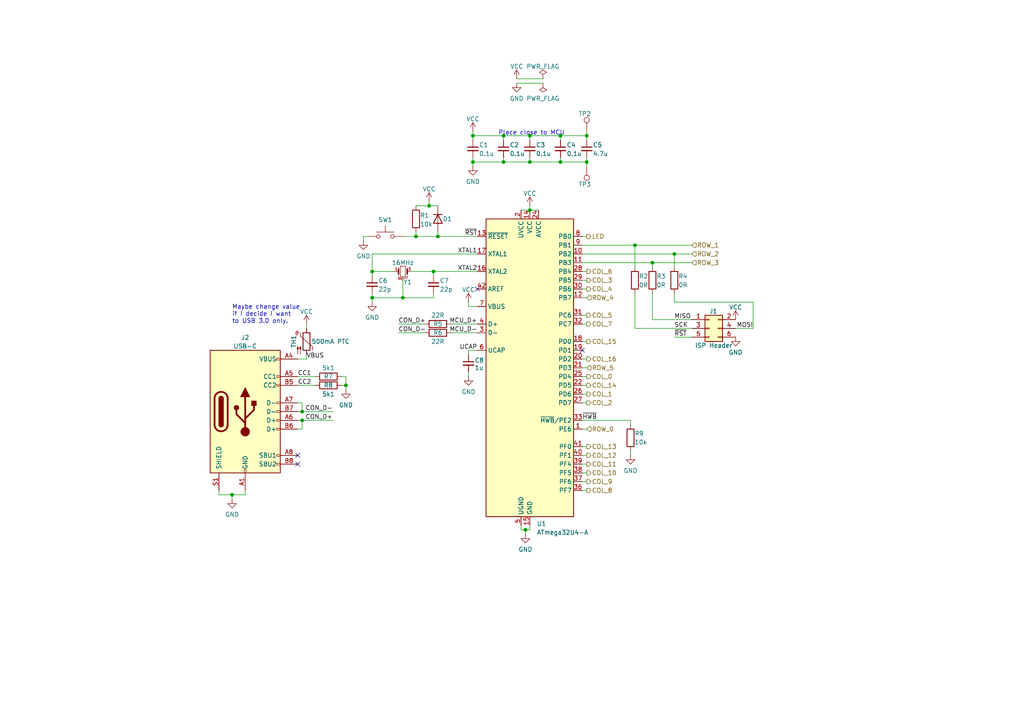
<source format=kicad_sch>
(kicad_sch (version 20231120) (generator "eeschema") (generator_version "8.0")
  (paper "A4")
  (lib_symbols
    (symbol "Connector:TestPoint" (pin_numbers hide) (pin_names (offset 0.762) hide)
      (property "Reference" "TP" (at 0 6.858 0))
      (property "Value" "TestPoint" (at 0 5.08 0))
      (symbol "TestPoint_0_1"
        (circle (center 0 3.302) (radius 0.762))
      )
      (symbol "TestPoint_1_1"
        (pin passive line (at 0 0 90) (length 2.54) (name "1") (number "1"))
      )
    )
    (symbol "Connector:USB_C_Receptacle_USB2.0" (pin_names (offset 1.016))
      (property "Reference" "J" (at -10.16 19.05 0))
      (property "Value" "USB_C_Receptacle_USB2.0" (at 19.05 19.05 0))
      (symbol "USB_C_Receptacle_USB2.0_0_0"
        (rectangle (start -0.254 -17.78) (end 0.254 -16.764))
        (rectangle (start 10.16 -14.986) (end 9.144 -15.494))
        (rectangle (start 10.16 -12.446) (end 9.144 -12.954))
        (rectangle (start 10.16 -4.826) (end 9.144 -5.334))
        (rectangle (start 10.16 -2.286) (end 9.144 -2.794))
        (rectangle (start 10.16 0.254) (end 9.144 -0.254))
        (rectangle (start 10.16 2.794) (end 9.144 2.286))
        (rectangle (start 10.16 7.874) (end 9.144 7.366))
        (rectangle (start 10.16 10.414) (end 9.144 9.906))
        (rectangle (start 10.16 15.494) (end 9.144 14.986))
      )
      (symbol "USB_C_Receptacle_USB2.0_0_1"
        (rectangle (start -10.16 17.78) (end 10.16 -17.78) (stroke (width 0.254)) (fill (type background)))
        (arc (start -8.89 -3.81) (mid -6.985 -5.7067) (end -5.08 -3.81) (stroke (width 0.508)))
        (arc (start -7.62 -3.81) (mid -6.985 -4.4423) (end -6.35 -3.81) (stroke (width 0.254)))
        (arc (start -7.62 -3.81) (mid -6.985 -4.4423) (end -6.35 -3.81) (stroke (width 0.254)) (fill (type outline)))
        (rectangle (start -7.62 -3.81) (end -6.35 3.81) (stroke (width 0.254)) (fill (type outline)))
        (arc (start -6.35 3.81) (mid -6.985 4.4423) (end -7.62 3.81) (stroke (width 0.254)))
        (arc (start -6.35 3.81) (mid -6.985 4.4423) (end -7.62 3.81) (stroke (width 0.254)) (fill (type outline)))
        (arc (start -5.08 3.81) (mid -6.985 5.7067) (end -8.89 3.81) (stroke (width 0.508)))
        (circle (center -2.54 1.143) (radius 0.635) (stroke (width 0.254)) (fill (type outline)))
        (circle (center 0 -5.842) (radius 1.27) (fill (type outline)))
        (polyline (pts (xy -8.89 -3.81) (xy -8.89 3.81)) (stroke (width 0.508)))
        (polyline (pts (xy -5.08 3.81) (xy -5.08 -3.81)) (stroke (width 0.508)))
        (polyline (pts (xy 0 -5.842) (xy 0 4.318)) (stroke (width 0.508)))
        (polyline (pts (xy 0 -3.302) (xy -2.54 -0.762) (xy -2.54 0.508)) (stroke (width 0.508)))
        (polyline (pts (xy 0 -2.032) (xy 2.54 0.508) (xy 2.54 1.778)) (stroke (width 0.508)))
        (polyline (pts (xy -1.27 4.318) (xy 0 6.858) (xy 1.27 4.318) (xy -1.27 4.318)) (stroke (width 0.254)) (fill (type outline)))
        (rectangle (start 1.905 1.778) (end 3.175 3.048) (stroke (width 0.254)) (fill (type outline)))
      )
      (symbol "USB_C_Receptacle_USB2.0_1_1"
        (pin passive line (at 0 -22.86 90) (length 5.08) (name "GND") (number "A1"))
        (pin passive line (at 0 -22.86 90) (length 5.08) hide (name "GND") (number "A12"))
        (pin passive line (at 15.24 15.24 180) (length 5.08) (name "VBUS") (number "A4"))
        (pin bidirectional line (at 15.24 10.16 180) (length 5.08) (name "CC1") (number "A5"))
        (pin bidirectional line (at 15.24 -2.54 180) (length 5.08) (name "D+") (number "A6"))
        (pin bidirectional line (at 15.24 2.54 180) (length 5.08) (name "D-") (number "A7"))
        (pin bidirectional line (at 15.24 -12.7 180) (length 5.08) (name "SBU1") (number "A8"))
        (pin passive line (at 15.24 15.24 180) (length 5.08) hide (name "VBUS") (number "A9"))
        (pin passive line (at 0 -22.86 90) (length 5.08) hide (name "GND") (number "B1"))
        (pin passive line (at 0 -22.86 90) (length 5.08) hide (name "GND") (number "B12"))
        (pin passive line (at 15.24 15.24 180) (length 5.08) hide (name "VBUS") (number "B4"))
        (pin bidirectional line (at 15.24 7.62 180) (length 5.08) (name "CC2") (number "B5"))
        (pin bidirectional line (at 15.24 -5.08 180) (length 5.08) (name "D+") (number "B6"))
        (pin bidirectional line (at 15.24 0 180) (length 5.08) (name "D-") (number "B7"))
        (pin bidirectional line (at 15.24 -15.24 180) (length 5.08) (name "SBU2") (number "B8"))
        (pin passive line (at 15.24 15.24 180) (length 5.08) hide (name "VBUS") (number "B9"))
        (pin passive line (at -7.62 -22.86 90) (length 5.08) (name "SHIELD") (number "S1"))
      )
    )
    (symbol "Connector_Generic:Conn_02x03_Odd_Even" (pin_names (offset 1.016) hide)
      (property "Reference" "J" (at 1.27 5.08 0))
      (property "Value" "Conn_02x03_Odd_Even" (at 1.27 -5.08 0))
      (symbol "Conn_02x03_Odd_Even_1_1"
        (rectangle (start -1.27 -2.413) (end 0 -2.667) (stroke (width 0.1524)))
        (rectangle (start -1.27 0.127) (end 0 -0.127) (stroke (width 0.1524)))
        (rectangle (start -1.27 2.667) (end 0 2.413) (stroke (width 0.1524)))
        (rectangle (start -1.27 3.81) (end 3.81 -3.81) (stroke (width 0.254)) (fill (type background)))
        (rectangle (start 3.81 -2.413) (end 2.54 -2.667) (stroke (width 0.1524)))
        (rectangle (start 3.81 0.127) (end 2.54 -0.127) (stroke (width 0.1524)))
        (rectangle (start 3.81 2.667) (end 2.54 2.413) (stroke (width 0.1524)))
        (pin passive line (at -5.08 2.54 0) (length 3.81) (name "Pin_1") (number "1"))
        (pin passive line (at 7.62 2.54 180) (length 3.81) (name "Pin_2") (number "2"))
        (pin passive line (at -5.08 0 0) (length 3.81) (name "Pin_3") (number "3"))
        (pin passive line (at 7.62 0 180) (length 3.81) (name "Pin_4") (number "4"))
        (pin passive line (at -5.08 -2.54 0) (length 3.81) (name "Pin_5") (number "5"))
        (pin passive line (at 7.62 -2.54 180) (length 3.81) (name "Pin_6") (number "6"))
      )
    )
    (symbol "Device:C_Small" (pin_numbers hide) (pin_names (offset 0.254) hide)
      (property "Reference" "C" (at 0.254 1.778 0))
      (property "Value" "C_Small" (at 0.254 -2.032 0))
      (symbol "C_Small_0_1"
        (polyline (pts (xy -1.524 -0.508) (xy 1.524 -0.508)) (stroke (width 0.3302)))
        (polyline (pts (xy -1.524 0.508) (xy 1.524 0.508)) (stroke (width 0.3048)))
      )
      (symbol "C_Small_1_1"
        (pin passive line (at 0 2.54 270) (length 2.032) (name "~") (number "1"))
        (pin passive line (at 0 -2.54 90) (length 2.032) (name "~") (number "2"))
      )
    )
    (symbol "Device:Crystal_GND2_Small" (pin_names (offset 1.016) hide)
      (property "Reference" "Y" (at 0 5.08 0))
      (property "Value" "Crystal_GND2_Small" (at 0 3.175 0))
      (symbol "Crystal_GND2_Small_0_1"
        (rectangle (start -0.762 -1.524) (end 0.762 1.524))
        (polyline (pts (xy -1.27 -0.762) (xy -1.27 0.762)) (stroke (width 0.381)))
        (polyline (pts (xy 1.27 -0.762) (xy 1.27 0.762)) (stroke (width 0.381)))
        (polyline (pts (xy -1.27 -1.27) (xy -1.27 -1.905) (xy 1.27 -1.905) (xy 1.27 -1.27)))
      )
      (symbol "Crystal_GND2_Small_1_1"
        (pin passive line (at -2.54 0 0) (length 1.27) (name "1") (number "1"))
        (pin passive line (at 0 -2.54 90) (length 0.635) (name "2") (number "2"))
        (pin passive line (at 2.54 0 180) (length 1.27) (name "3") (number "3"))
      )
    )
    (symbol "Device:D" (pin_numbers hide) (pin_names (offset 1.016) hide)
      (property "Reference" "D" (at 0 2.54 0))
      (property "Value" "D" (at 0 -2.54 0))
      (symbol "D_0_1"
        (polyline (pts (xy -1.27 1.27) (xy -1.27 -1.27)) (stroke (width 0.254)))
        (polyline (pts (xy 1.27 0) (xy -1.27 0)))
        (polyline (pts (xy 1.27 1.27) (xy 1.27 -1.27) (xy -1.27 0) (xy 1.27 1.27)) (stroke (width 0.254)))
      )
      (symbol "D_1_1"
        (pin passive line (at -3.81 0 0) (length 2.54) (name "K") (number "1"))
        (pin passive line (at 3.81 0 180) (length 2.54) (name "A") (number "2"))
      )
    )
    (symbol "Device:R" (pin_numbers hide) (pin_names (offset 0))
      (property "Reference" "R" (at 2.032 0 90))
      (property "Value" "R" (at 0 0 90))
      (symbol "R_0_1"
        (rectangle (start -1.016 -2.54) (end 1.016 2.54) (stroke (width 0.254)))
      )
      (symbol "R_1_1"
        (pin passive line (at 0 3.81 270) (length 1.27) (name "~") (number "1"))
        (pin passive line (at 0 -3.81 90) (length 1.27) (name "~") (number "2"))
      )
    )
    (symbol "Device:Thermistor_PTC" (pin_numbers hide) (pin_names (offset 0))
      (property "Reference" "TH" (at -4.064 0 90))
      (property "Value" "Thermistor_PTC" (at 3.048 0 90))
      (symbol "Thermistor_PTC_0_1"
        (arc (start -3.048 2.159) (mid -3.0495 2.3143) (end -3.175 2.413))
        (arc (start -3.048 2.159) (mid -2.9736 1.9794) (end -2.794 1.905))
        (arc (start -3.048 2.794) (mid -2.9736 2.6144) (end -2.794 2.54))
        (arc (start -2.794 1.905) (mid -2.6144 1.9794) (end -2.54 2.159))
        (arc (start -2.794 2.54) (mid -2.4393 2.5587) (end -2.159 2.794))
        (arc (start -2.794 3.048) (mid -2.9736 2.9736) (end -3.048 2.794))
        (arc (start -2.54 2.794) (mid -2.6144 2.9736) (end -2.794 3.048))
        (rectangle (start -1.016 2.54) (end 1.016 -2.54) (stroke (width 0.254)))
        (polyline (pts (xy -2.54 2.159) (xy -2.54 2.794)))
        (polyline (pts (xy -1.778 2.54) (xy -1.778 1.524) (xy 1.778 -1.524) (xy 1.778 -2.54)))
        (polyline (pts (xy -2.54 -3.683) (xy -2.54 -1.397) (xy -2.794 -2.159) (xy -2.286 -2.159) (xy -2.54 -1.397) (xy -2.54 -1.651)) (fill (type outline)))
        (polyline (pts (xy -1.778 -3.683) (xy -1.778 -1.397) (xy -2.032 -2.159) (xy -1.524 -2.159) (xy -1.778 -1.397) (xy -1.778 -1.651)) (fill (type outline)))
      )
      (symbol "Thermistor_PTC_1_1"
        (pin passive line (at 0 3.81 270) (length 1.27) (name "~") (number "1"))
        (pin passive line (at 0 -3.81 90) (length 1.27) (name "~") (number "2"))
      )
    )
    (symbol "MCU_Microchip_ATmega:ATmega32U4-A"
      (property "Reference" "U" (at -12.7 44.45 0))
      (property "Value" "ATmega32U4-A" (at 2.54 -44.45 0))
      (symbol "ATmega32U4-A_0_1"
        (rectangle (start -12.7 -43.18) (end 12.7 43.18) (stroke (width 0.254)) (fill (type background)))
      )
      (symbol "ATmega32U4-A_1_1"
        (pin bidirectional line (at 15.24 -17.78 180) (length 2.54) (name "PE6") (number "1"))
        (pin bidirectional line (at 15.24 33.02 180) (length 2.54) (name "PB2") (number "10"))
        (pin bidirectional line (at 15.24 30.48 180) (length 2.54) (name "PB3") (number "11"))
        (pin bidirectional line (at 15.24 20.32 180) (length 2.54) (name "PB7") (number "12"))
        (pin input line (at -15.24 38.1 0) (length 2.54) (name "~{RESET}") (number "13"))
        (pin power_in line (at 0 45.72 270) (length 2.54) (name "VCC") (number "14"))
        (pin power_in line (at 0 -45.72 90) (length 2.54) (name "GND") (number "15"))
        (pin output line (at -15.24 27.94 0) (length 2.54) (name "XTAL2") (number "16"))
        (pin input line (at -15.24 33.02 0) (length 2.54) (name "XTAL1") (number "17"))
        (pin bidirectional line (at 15.24 7.62 180) (length 2.54) (name "PD0") (number "18"))
        (pin bidirectional line (at 15.24 5.08 180) (length 2.54) (name "PD1") (number "19"))
        (pin power_in line (at -2.54 45.72 270) (length 2.54) (name "UVCC") (number "2"))
        (pin bidirectional line (at 15.24 2.54 180) (length 2.54) (name "PD2") (number "20"))
        (pin bidirectional line (at 15.24 0 180) (length 2.54) (name "PD3") (number "21"))
        (pin bidirectional line (at 15.24 -5.08 180) (length 2.54) (name "PD5") (number "22"))
        (pin passive line (at 0 -45.72 90) (length 2.54) hide (name "GND") (number "23"))
        (pin power_in line (at 2.54 45.72 270) (length 2.54) (name "AVCC") (number "24"))
        (pin bidirectional line (at 15.24 -2.54 180) (length 2.54) (name "PD4") (number "25"))
        (pin bidirectional line (at 15.24 -7.62 180) (length 2.54) (name "PD6") (number "26"))
        (pin bidirectional line (at 15.24 -10.16 180) (length 2.54) (name "PD7") (number "27"))
        (pin bidirectional line (at 15.24 27.94 180) (length 2.54) (name "PB4") (number "28"))
        (pin bidirectional line (at 15.24 25.4 180) (length 2.54) (name "PB5") (number "29"))
        (pin bidirectional line (at -15.24 10.16 0) (length 2.54) (name "D-") (number "3"))
        (pin bidirectional line (at 15.24 22.86 180) (length 2.54) (name "PB6") (number "30"))
        (pin bidirectional line (at 15.24 15.24 180) (length 2.54) (name "PC6") (number "31"))
        (pin bidirectional line (at 15.24 12.7 180) (length 2.54) (name "PC7") (number "32"))
        (pin bidirectional line (at 15.24 -15.24 180) (length 2.54) (name "~{HWB}/PE2") (number "33"))
        (pin passive line (at 0 45.72 270) (length 2.54) hide (name "VCC") (number "34"))
        (pin passive line (at 0 -45.72 90) (length 2.54) hide (name "GND") (number "35"))
        (pin bidirectional line (at 15.24 -35.56 180) (length 2.54) (name "PF7") (number "36"))
        (pin bidirectional line (at 15.24 -33.02 180) (length 2.54) (name "PF6") (number "37"))
        (pin bidirectional line (at 15.24 -30.48 180) (length 2.54) (name "PF5") (number "38"))
        (pin bidirectional line (at 15.24 -27.94 180) (length 2.54) (name "PF4") (number "39"))
        (pin bidirectional line (at -15.24 12.7 0) (length 2.54) (name "D+") (number "4"))
        (pin bidirectional line (at 15.24 -25.4 180) (length 2.54) (name "PF1") (number "40"))
        (pin bidirectional line (at 15.24 -22.86 180) (length 2.54) (name "PF0") (number "41"))
        (pin passive line (at -15.24 22.86 0) (length 2.54) (name "AREF") (number "42"))
        (pin passive line (at 0 -45.72 90) (length 2.54) hide (name "GND") (number "43"))
        (pin passive line (at 2.54 45.72 270) (length 2.54) hide (name "AVCC") (number "44"))
        (pin passive line (at -2.54 -45.72 90) (length 2.54) (name "UGND") (number "5"))
        (pin passive line (at -15.24 5.08 0) (length 2.54) (name "UCAP") (number "6"))
        (pin input line (at -15.24 17.78 0) (length 2.54) (name "VBUS") (number "7"))
        (pin bidirectional line (at 15.24 38.1 180) (length 2.54) (name "PB0") (number "8"))
        (pin bidirectional line (at 15.24 35.56 180) (length 2.54) (name "PB1") (number "9"))
      )
    )
    (symbol "Switch:SW_Push" (pin_numbers hide) (pin_names (offset 1.016) hide)
      (property "Reference" "SW" (at 1.27 2.54 0))
      (property "Value" "SW_Push" (at 0 -1.524 0))
      (symbol "SW_Push_0_1"
        (circle (center -2.032 0) (radius 0.508))
        (polyline (pts (xy 0 1.27) (xy 0 3.048)))
        (polyline (pts (xy 2.54 1.27) (xy -2.54 1.27)))
        (circle (center 2.032 0) (radius 0.508))
        (pin passive line (at -5.08 0 0) (length 2.54) (name "1") (number "1"))
        (pin passive line (at 5.08 0 180) (length 2.54) (name "2") (number "2"))
      )
    )
    (symbol "power:GND" (power) (pin_numbers hide) (pin_names (offset 0) hide)
      (property "Value" "GND" (at 0 -3.81 0))
      (symbol "GND_0_1"
        (polyline (pts (xy 0 0) (xy 0 -1.27) (xy 1.27 -1.27) (xy 0 -2.54) (xy -1.27 -1.27) (xy 0 -1.27)))
      )
      (symbol "GND_1_1"
        (pin power_in line (at 0 0 270) (length 0) (name "~") (number "1"))
      )
    )
    (symbol "power:PWR_FLAG" (power) (pin_numbers hide) (pin_names (offset 0) hide)
      (property "Value" "PWR_FLAG" (at 0 3.81 0))
      (symbol "PWR_FLAG_0_0"
        (pin power_out line (at 0 0 90) (length 0) (name "~") (number "1"))
      )
      (symbol "PWR_FLAG_0_1"
        (polyline (pts (xy 0 0) (xy 0 1.27) (xy -1.016 1.905) (xy 0 2.54) (xy 1.016 1.905) (xy 0 1.27)))
      )
    )
    (symbol "power:VCC" (power) (pin_numbers hide) (pin_names (offset 0) hide)
      (property "Value" "VCC" (at 0 3.556 0))
      (symbol "VCC_0_1"
        (polyline (pts (xy -0.762 1.27) (xy 0 2.54)))
        (polyline (pts (xy 0 0) (xy 0 2.54)))
        (polyline (pts (xy 0 2.54) (xy 0.762 1.27)))
      )
      (symbol "VCC_1_1"
        (pin power_in line (at 0 0 90) (length 0) (name "~") (number "1"))
      )
    )
  )
  (junction (at 170.18 46.99))
  (junction (at 87.63 121.92))
  (junction (at 162.56 46.99))
  (junction (at 127 68.58))
  (junction (at 153.67 39.37))
  (junction (at 137.16 39.37))
  (junction (at 170.18 39.37))
  (junction (at 120.65 68.58))
  (junction (at 153.67 60.96))
  (junction (at 125.73 78.74))
  (junction (at 100.33 111.76))
  (junction (at 107.95 86.36))
  (junction (at 124.46 59.69))
  (junction (at 189.23 76.2))
  (junction (at 116.84 86.36))
  (junction (at 152.4 153.67))
  (junction (at 137.16 46.99))
  (junction (at 67.31 143.51))
  (junction (at 162.56 39.37))
  (junction (at 146.05 39.37))
  (junction (at 146.05 46.99))
  (junction (at 153.67 46.99))
  (junction (at 195.58 73.66))
  (junction (at 184.15 71.12))
  (junction (at 87.63 119.38))
  (junction (at 107.95 78.74))
  (no_connect (at 168.91 101.6))
  (no_connect (at 86.36 134.62))
  (no_connect (at 86.36 132.08))
  (no_connect (at 138.43 83.82))
  (wire (pts (xy 137.16 46.99) (xy 137.16 48.26)))
  (wire (pts (xy 135.89 101.6) (xy 138.43 101.6)))
  (wire (pts (xy 107.95 73.66) (xy 138.43 73.66)))
  (wire (pts (xy 107.95 86.36) (xy 116.84 86.36)))
  (wire (pts (xy 137.16 38.1) (xy 137.16 39.37)))
  (wire (pts (xy 127 67.31) (xy 127 68.58)))
  (wire (pts (xy 115.57 96.52) (xy 123.19 96.52)))
  (wire (pts (xy 195.58 85.09) (xy 195.58 87.63)))
  (wire (pts (xy 162.56 39.37) (xy 162.56 40.64)))
  (wire (pts (xy 170.18 40.64) (xy 170.18 39.37)))
  (wire (pts (xy 87.63 124.46) (xy 86.36 124.46)))
  (wire (pts (xy 182.88 121.92) (xy 182.88 123.19)))
  (wire (pts (xy 162.56 39.37) (xy 153.67 39.37)))
  (wire (pts (xy 162.56 46.99) (xy 162.56 45.72)))
  (wire (pts (xy 153.67 46.99) (xy 146.05 46.99)))
  (wire (pts (xy 71.12 142.24) (xy 71.12 143.51)))
  (wire (pts (xy 127 68.58) (xy 138.43 68.58)))
  (wire (pts (xy 115.57 93.98) (xy 123.19 93.98)))
  (wire (pts (xy 87.63 116.84) (xy 86.36 116.84)))
  (wire (pts (xy 125.73 78.74) (xy 138.43 78.74)))
  (wire (pts (xy 107.95 78.74) (xy 114.3 78.74)))
  (wire (pts (xy 195.58 77.47) (xy 195.58 73.66)))
  (wire (pts (xy 124.46 58.42) (xy 124.46 59.69)))
  (wire (pts (xy 189.23 76.2) (xy 189.23 77.47)))
  (wire (pts (xy 170.18 48.26) (xy 170.18 46.99)))
  (wire (pts (xy 153.67 46.99) (xy 153.67 45.72)))
  (wire (pts (xy 168.91 86.36) (xy 170.18 86.36)))
  (wire (pts (xy 100.33 109.22) (xy 100.33 111.76)))
  (wire (pts (xy 168.91 134.62) (xy 170.18 134.62)))
  (wire (pts (xy 137.16 46.99) (xy 146.05 46.99)))
  (wire (pts (xy 86.36 111.76) (xy 91.44 111.76)))
  (wire (pts (xy 124.46 59.69) (xy 120.65 59.69)))
  (wire (pts (xy 213.36 95.25) (xy 218.44 95.25)))
  (wire (pts (xy 168.91 83.82) (xy 170.18 83.82)))
  (wire (pts (xy 168.91 129.54) (xy 170.18 129.54)))
  (wire (pts (xy 168.91 91.44) (xy 170.18 91.44)))
  (wire (pts (xy 88.9 93.98) (xy 88.9 95.25)))
  (wire (pts (xy 87.63 116.84) (xy 87.63 119.38)))
  (wire (pts (xy 63.5 142.24) (xy 63.5 143.51)))
  (wire (pts (xy 87.63 121.92) (xy 87.63 124.46)))
  (wire (pts (xy 105.41 68.58) (xy 105.41 69.85)))
  (wire (pts (xy 218.44 87.63) (xy 218.44 95.25)))
  (wire (pts (xy 86.36 109.22) (xy 91.44 109.22)))
  (wire (pts (xy 168.91 142.24) (xy 170.18 142.24)))
  (wire (pts (xy 107.95 86.36) (xy 107.95 85.09)))
  (wire (pts (xy 135.89 88.9) (xy 138.43 88.9)))
  (wire (pts (xy 168.91 116.84) (xy 170.18 116.84)))
  (wire (pts (xy 162.56 46.99) (xy 153.67 46.99)))
  (wire (pts (xy 119.38 78.74) (xy 125.73 78.74)))
  (wire (pts (xy 107.95 73.66) (xy 107.95 78.74)))
  (wire (pts (xy 153.67 39.37) (xy 146.05 39.37)))
  (wire (pts (xy 189.23 76.2) (xy 200.66 76.2)))
  (wire (pts (xy 125.73 78.74) (xy 125.73 80.01)))
  (wire (pts (xy 152.4 153.67) (xy 152.4 154.94)))
  (wire (pts (xy 168.91 93.98) (xy 170.18 93.98)))
  (wire (pts (xy 168.91 109.22) (xy 170.18 109.22)))
  (wire (pts (xy 153.67 152.4) (xy 153.67 153.67)))
  (wire (pts (xy 106.68 68.58) (xy 105.41 68.58)))
  (wire (pts (xy 135.89 107.95) (xy 135.89 109.22)))
  (wire (pts (xy 67.31 143.51) (xy 71.12 143.51)))
  (wire (pts (xy 99.06 109.22) (xy 100.33 109.22)))
  (wire (pts (xy 168.91 68.58) (xy 170.18 68.58)))
  (wire (pts (xy 135.89 87.63) (xy 135.89 88.9)))
  (wire (pts (xy 168.91 139.7) (xy 170.18 139.7)))
  (wire (pts (xy 168.91 78.74) (xy 170.18 78.74)))
  (wire (pts (xy 170.18 39.37) (xy 162.56 39.37)))
  (wire (pts (xy 151.13 60.96) (xy 153.67 60.96)))
  (wire (pts (xy 151.13 153.67) (xy 152.4 153.67)))
  (wire (pts (xy 156.21 60.96) (xy 153.67 60.96)))
  (wire (pts (xy 168.91 121.92) (xy 182.88 121.92)))
  (wire (pts (xy 137.16 39.37) (xy 137.16 40.64)))
  (wire (pts (xy 195.58 73.66) (xy 200.66 73.66)))
  (wire (pts (xy 168.91 76.2) (xy 189.23 76.2)))
  (wire (pts (xy 149.86 22.86) (xy 157.48 22.86)))
  (wire (pts (xy 168.91 104.14) (xy 170.18 104.14)))
  (wire (pts (xy 170.18 46.99) (xy 170.18 45.72)))
  (wire (pts (xy 116.84 81.28) (xy 116.84 86.36)))
  (wire (pts (xy 151.13 153.67) (xy 151.13 152.4)))
  (wire (pts (xy 88.9 104.14) (xy 88.9 102.87)))
  (wire (pts (xy 189.23 92.71) (xy 200.66 92.71)))
  (wire (pts (xy 100.33 111.76) (xy 100.33 113.03)))
  (wire (pts (xy 184.15 71.12) (xy 200.66 71.12)))
  (wire (pts (xy 87.63 119.38) (xy 96.52 119.38)))
  (wire (pts (xy 182.88 130.81) (xy 182.88 132.08)))
  (wire (pts (xy 130.81 93.98) (xy 138.43 93.98)))
  (wire (pts (xy 157.48 24.13) (xy 149.86 24.13)))
  (wire (pts (xy 170.18 38.1) (xy 170.18 39.37)))
  (wire (pts (xy 168.91 99.06) (xy 170.18 99.06)))
  (wire (pts (xy 125.73 86.36) (xy 116.84 86.36)))
  (wire (pts (xy 67.31 143.51) (xy 67.31 144.78)))
  (wire (pts (xy 86.36 119.38) (xy 87.63 119.38)))
  (wire (pts (xy 135.89 102.87) (xy 135.89 101.6)))
  (wire (pts (xy 184.15 85.09) (xy 184.15 95.25)))
  (wire (pts (xy 116.84 68.58) (xy 120.65 68.58)))
  (wire (pts (xy 168.91 124.46) (xy 170.18 124.46)))
  (wire (pts (xy 137.16 46.99) (xy 137.16 45.72)))
  (wire (pts (xy 125.73 86.36) (xy 125.73 85.09)))
  (wire (pts (xy 195.58 87.63) (xy 218.44 87.63)))
  (wire (pts (xy 127 59.69) (xy 124.46 59.69)))
  (wire (pts (xy 168.91 111.76) (xy 170.18 111.76)))
  (wire (pts (xy 153.67 59.69) (xy 153.67 60.96)))
  (wire (pts (xy 168.91 81.28) (xy 170.18 81.28)))
  (wire (pts (xy 184.15 71.12) (xy 184.15 77.47)))
  (wire (pts (xy 168.91 132.08) (xy 170.18 132.08)))
  (wire (pts (xy 168.91 106.68) (xy 170.18 106.68)))
  (wire (pts (xy 168.91 73.66) (xy 195.58 73.66)))
  (wire (pts (xy 107.95 78.74) (xy 107.95 80.01)))
  (wire (pts (xy 86.36 121.92) (xy 87.63 121.92)))
  (wire (pts (xy 168.91 137.16) (xy 170.18 137.16)))
  (wire (pts (xy 184.15 95.25) (xy 200.66 95.25)))
  (wire (pts (xy 86.36 104.14) (xy 88.9 104.14)))
  (wire (pts (xy 63.5 143.51) (xy 67.31 143.51)))
  (wire (pts (xy 146.05 39.37) (xy 137.16 39.37)))
  (wire (pts (xy 152.4 153.67) (xy 153.67 153.67)))
  (wire (pts (xy 107.95 87.63) (xy 107.95 86.36)))
  (wire (pts (xy 170.18 46.99) (xy 162.56 46.99)))
  (wire (pts (xy 168.91 71.12) (xy 184.15 71.12)))
  (wire (pts (xy 87.63 121.92) (xy 96.52 121.92)))
  (wire (pts (xy 153.67 39.37) (xy 153.67 40.64)))
  (wire (pts (xy 146.05 46.99) (xy 146.05 45.72)))
  (wire (pts (xy 130.81 96.52) (xy 138.43 96.52)))
  (wire (pts (xy 168.91 114.3) (xy 170.18 114.3)))
  (wire (pts (xy 189.23 85.09) (xy 189.23 92.71)))
  (wire (pts (xy 99.06 111.76) (xy 100.33 111.76)))
  (wire (pts (xy 120.65 68.58) (xy 127 68.58)))
  (wire (pts (xy 146.05 39.37) (xy 146.05 40.64)))
  (wire (pts (xy 195.58 97.79) (xy 200.66 97.79)))
  (wire (pts (xy 120.65 67.31) (xy 120.65 68.58)))
  (text "Maybe change value \nif I decide I want \nto USB 3.0 only." (at 67.31 93.98 0) (effects (font (size 1.27 1.27)) (justify left bottom)))
  (text "Place close to MCU" (at 163.83 39.37 0) (effects (font (size 1.27 1.27)) (justify right bottom)))
  (label "~{HWB}" (at 168.91 121.92 0))
  (label "XTAL1" (at 138.43 73.66 180))
  (label "~{RST}" (at 138.43 68.58 180))
  (label "CON_D-" (at 115.57 96.52 0))
  (label "CON_D+" (at 115.57 93.98 0))
  (label "MCU_D+" (at 138.43 93.98 180))
  (label "CC2" (at 86.36 111.76 0))
  (label "MCU_D-" (at 138.43 96.52 180))
  (label "~{RST}" (at 195.58 97.79 0))
  (label "SCK" (at 195.58 95.25 0))
  (label "VBUS" (at 88.9 104.14 0))
  (label "MISO" (at 195.58 92.71 0))
  (label "MOSI" (at 218.44 95.25 180))
  (label "UCAP" (at 138.43 101.6 180))
  (label "XTAL2" (at 138.43 78.74 180))
  (label "CON_D+" (at 96.52 121.92 180))
  (label "CON_D-" (at 96.52 119.38 180))
  (label "CC1" (at 86.36 109.22 0))
  (hierarchical_label "ROW_5" (shape input) (at 170.18 106.68 0))
  (hierarchical_label "COL_9" (shape output) (at 170.18 139.7 0))
  (hierarchical_label "ROW_3" (shape input) (at 200.66 76.2 0))
  (hierarchical_label "COL_11" (shape output) (at 170.18 134.62 0))
  (hierarchical_label "COL_15" (shape output) (at 170.18 99.06 0))
  (hierarchical_label "COL_12" (shape output) (at 170.18 132.08 0))
  (hierarchical_label "COL_4" (shape output) (at 170.18 83.82 0))
  (hierarchical_label "COL_0" (shape output) (at 170.18 109.22 0))
  (hierarchical_label "ROW_0" (shape input) (at 170.18 124.46 0))
  (hierarchical_label "ROW_4" (shape input) (at 170.18 86.36 0))
  (hierarchical_label "ROW_2" (shape input) (at 200.66 73.66 0))
  (hierarchical_label "COL_13" (shape output) (at 170.18 129.54 0))
  (hierarchical_label "COL_10" (shape output) (at 170.18 137.16 0))
  (hierarchical_label "COL_3" (shape output) (at 170.18 81.28 0))
  (hierarchical_label "LED" (shape output) (at 170.18 68.58 0))
  (hierarchical_label "COL_8" (shape output) (at 170.18 142.24 0))
  (hierarchical_label "COL_14" (shape output) (at 170.18 111.76 0))
  (hierarchical_label "COL_5" (shape output) (at 170.18 91.44 0))
  (hierarchical_label "ROW_1" (shape input) (at 200.66 71.12 0))
  (hierarchical_label "COL_1" (shape output) (at 170.18 114.3 0))
  (hierarchical_label "COL_7" (shape output) (at 170.18 93.98 0))
  (hierarchical_label "COL_6" (shape output) (at 170.18 78.74 0))
  (hierarchical_label "COL_2" (shape output) (at 170.18 116.84 0))
  (hierarchical_label "COL_16" (shape output) (at 170.18 104.14 0))
  (symbol (lib_id "Device:C_Small") (at 153.67 43.18 0) (unit 1)
    (property "Reference" "C3" (at 155.448 42.037 0) (effects (justify left)))
    (property "Value" "0.1u" (at 155.448 44.5739 0) (effects (justify left)))
    (property "Footprint" "Capacitor_SMD:C_0603_1608Metric_Pad1.08x0.95mm_HandSolder" (effects (hide yes)))
    (property "Description" "Unpolarized capacitor, small symbol" (effects (hide yes)))
  )
  (symbol (lib_id "Device:R") (at 120.65 63.5 0) (unit 1)
    (property "Reference" "R1" (at 121.793 62.484 0) (effects (justify left)))
    (property "Value" "10k" (at 121.793 65.0209 0) (effects (justify left)))
    (property "Footprint" "Resistor_SMD:R_0603_1608Metric_Pad0.98x0.95mm_HandSolder" (effects (hide yes)))
    (property "Description" "Resistor" (effects (hide yes)))
  )
  (symbol (lib_id "MCU_Microchip_ATmega:ATmega32U4-A") (at 153.67 106.68 0) (unit 1)
    (property "Reference" "U1" (at 155.6894 151.8904 0) (effects (justify left)))
    (property "Value" "ATmega32U4-A" (at 155.6894 154.4273 0) (effects (justify left)))
    (property "Footprint" "Package_QFP:TQFP-44_10x10mm_P0.8mm" (effects (hide yes)))
    (property "Datasheet" "http://ww1.microchip.com/downloads/en/DeviceDoc/Atmel-7766-8-bit-AVR-ATmega16U4-32U4_Datasheet.pdf" (effects (hide yes)))
    (property "Description" "16MHz, 32kB Flash, 2.5kB SRAM, 1kB EEPROM, USB 2.0, TQFP-44" (effects (hide yes)))
  )
  (symbol (lib_id "Switch:SW_Push") (at 111.76 68.58 0) (unit 1)
    (property "Reference" "SW1" (at 111.76 63.754 0))
    (property "Value" "SW_Push" (effects (hide yes)))
    (property "Footprint" "Button_Switch_SMD:SW_Push_1P1T_NO_6x6mm_H9.5mm" (effects (hide yes)))
    (property "Description" "Push button switch, generic, two pins" (effects (hide yes)))
  )
  (symbol (lib_id "Device:R") (at 127 93.98 270) (unit 1)
    (property "Reference" "R5" (at 127 93.98 90))
    (property "Value" "22R" (at 127 91.44 90))
    (property "Footprint" "Resistor_SMD:R_0603_1608Metric_Pad0.98x0.95mm_HandSolder" (effects (hide yes)))
    (property "Description" "Resistor" (effects (hide yes)))
  )
  (symbol (lib_id "power:VCC") (at 213.36 92.71 0) (unit 1)
    (property "Reference" "#PWR014" (effects (hide yes)))
    (property "Value" "VCC" (at 213.36 89.1342 0))
    (property "Description" "Power symbol creates a global label with name \"VCC\"" (effects (hide yes)))
  )
  (symbol (lib_id "power:PWR_FLAG") (at 157.48 22.86 0) (unit 1)
    (property "Reference" "#FLG01" (effects (hide yes)))
    (property "Value" "PWR_FLAG" (at 157.48 19.2842 0))
    (property "Description" "Special symbol for telling ERC where power comes from" (effects (hide yes)))
  )
  (symbol (lib_id "power:GND") (at 105.41 69.85 0) (unit 1)
    (property "Reference" "#PWR011" (effects (hide yes)))
    (property "Value" "GND" (at 105.41 74.2934 0))
    (property "Description" "Power symbol creates a global label with name \"GND\" , ground" (effects (hide yes)))
  )
  (symbol (lib_id "Device:C_Small") (at 146.05 43.18 0) (unit 1)
    (property "Reference" "C2" (at 147.828 42.037 0) (effects (justify left)))
    (property "Value" "0.1u" (at 147.828 44.5739 0) (effects (justify left)))
    (property "Footprint" "Capacitor_SMD:C_0603_1608Metric_Pad1.08x0.95mm_HandSolder" (effects (hide yes)))
    (property "Description" "Unpolarized capacitor, small symbol" (effects (hide yes)))
  )
  (symbol (lib_id "power:GND") (at 107.95 87.63 0) (unit 1)
    (property "Reference" "#PWR012" (effects (hide yes)))
    (property "Value" "GND" (at 107.95 92.0734 0))
    (property "Description" "Power symbol creates a global label with name \"GND\" , ground" (effects (hide yes)))
  )
  (symbol (lib_id "power:GND") (at 67.31 144.78 0) (unit 1)
    (property "Reference" "#PWR020" (effects (hide yes)))
    (property "Value" "GND" (at 67.31 149.2234 0))
    (property "Description" "Power symbol creates a global label with name \"GND\" , ground" (effects (hide yes)))
  )
  (symbol (lib_id "power:VCC") (at 124.46 58.42 0) (unit 1)
    (property "Reference" "#PWR09" (effects (hide yes)))
    (property "Value" "VCC" (at 124.46 54.8442 0))
    (property "Description" "Power symbol creates a global label with name \"VCC\"" (effects (hide yes)))
  )
  (symbol (lib_id "Connector:USB_C_Receptacle_USB2.0") (at 71.12 119.38 0) (unit 1)
    (property "Reference" "J2" (at 71.12 97.9002 0))
    (property "Value" "USB-C" (at 71.12 100.4371 0))
    (property "Footprint" "Custom:USB_C_Receptacle_HRO_TYPE-C-31-M-12" (effects (hide yes)))
    (property "Datasheet" "https://www.usb.org/sites/default/files/documents/usb_type-c.zip" (effects (hide yes)))
  )
  (symbol (lib_id "power:GND") (at 149.86 24.13 0) (unit 1)
    (property "Reference" "#PWR06" (effects (hide yes)))
    (property "Value" "GND" (at 149.86 28.5734 0))
    (property "Description" "Power symbol creates a global label with name \"GND\" , ground" (effects (hide yes)))
  )
  (symbol (lib_id "Device:R") (at 195.58 81.28 0) (unit 1) (in_bom no)
    (property "Reference" "R4" (at 196.723 80.137 0) (effects (justify left)))
    (property "Value" "0R" (at 196.723 82.6739 0) (effects (justify left)))
    (property "Footprint" "Resistor_SMD:R_0603_1608Metric_Pad0.98x0.95mm_HandSolder" (effects (hide yes)))
    (property "Description" "Resistor" (effects (hide yes)))
  )
  (symbol (lib_id "power:VCC") (at 149.86 22.86 0) (unit 1)
    (property "Reference" "#PWR05" (effects (hide yes)))
    (property "Value" "VCC" (at 149.86 19.2842 0))
    (property "Description" "Power symbol creates a global label with name \"VCC\"" (effects (hide yes)))
  )
  (symbol (lib_id "Device:Thermistor_PTC") (at 88.9 99.06 0) (unit 1)
    (property "Reference" "TH1" (at 85.217 99.06 90))
    (property "Value" "500mA PTC" (at 95.885 99.06 0))
    (property "Footprint" "Resistor_SMD:R_1206_3216Metric_Pad1.30x1.75mm_HandSolder" (effects (hide yes)))
    (property "Description" "Temperature dependent resistor, positive temperature coefficient" (effects (hide yes)))
  )
  (symbol (lib_id "power:GND") (at 213.36 97.79 0) (unit 1)
    (property "Reference" "#PWR016" (effects (hide yes)))
    (property "Value" "GND" (at 213.36 102.2334 0))
    (property "Description" "Power symbol creates a global label with name \"GND\" , ground" (effects (hide yes)))
  )
  (symbol (lib_id "Device:R") (at 184.15 81.28 0) (unit 1) (in_bom no)
    (property "Reference" "R2" (at 185.293 80.137 0) (effects (justify left)))
    (property "Value" "0R" (at 185.293 82.6739 0) (effects (justify left)))
    (property "Footprint" "Resistor_SMD:R_0603_1608Metric_Pad0.98x0.95mm_HandSolder" (effects (hide yes)))
    (property "Description" "Resistor" (effects (hide yes)))
  )
  (symbol (lib_id "Device:R") (at 182.88 127 0) (unit 1)
    (property "Reference" "R9" (at 184.023 125.73 0) (effects (justify left)))
    (property "Value" "10k" (at 184.023 128.2669 0) (effects (justify left)))
    (property "Footprint" "Resistor_SMD:R_0603_1608Metric_Pad0.98x0.95mm_HandSolder" (effects (hide yes)))
    (property "Description" "Resistor" (effects (hide yes)))
  )
  (symbol (lib_id "Connector_Generic:Conn_02x03_Odd_Even") (at 205.74 95.25 0) (unit 1)
    (property "Reference" "J1" (at 206.883 90.297 0))
    (property "Value" "ISP Header" (at 207.01 100.203 0))
    (property "Footprint" "Connector_IDC:IDC-Header_2x03_P2.54mm_Vertical" (effects (hide yes)))
    (property "Description" "Generic connector, double row, 02x03, odd/even pin numbering scheme (row 1 odd numbers, row 2 even numbers), script generated (kicad-library-utils/schlib/autogen/connector/)" (effects (hide yes)))
  )
  (symbol (lib_id "Device:C_Small") (at 162.56 43.18 0) (unit 1)
    (property "Reference" "C4" (at 164.338 42.037 0) (effects (justify left)))
    (property "Value" "0.1u" (at 164.338 44.5739 0) (effects (justify left)))
    (property "Footprint" "Capacitor_SMD:C_0603_1608Metric_Pad1.08x0.95mm_HandSolder" (effects (hide yes)))
    (property "Description" "Unpolarized capacitor, small symbol" (effects (hide yes)))
  )
  (symbol (lib_id "Device:C_Small") (at 137.16 43.18 0) (unit 1)
    (property "Reference" "C1" (at 138.938 42.037 0) (effects (justify left)))
    (property "Value" "0.1u" (at 138.938 44.5739 0) (effects (justify left)))
    (property "Footprint" "Capacitor_SMD:C_0603_1608Metric_Pad1.08x0.95mm_HandSolder" (effects (hide yes)))
    (property "Description" "Unpolarized capacitor, small symbol" (effects (hide yes)))
  )
  (symbol (lib_id "Device:D") (at 127 63.5 270) (unit 1)
    (property "Reference" "D1" (at 128.397 63.5 90) (effects (justify left)))
    (property "Value" "1N4148" (effects (hide yes)))
    (property "Footprint" "Diode_SMD:D_SOD-123" (effects (hide yes)))
    (property "Description" "Diode" (effects (hide yes)))
    (property "Sim.Device" "D" (effects (hide yes)))
    (property "Sim.Pins" "1=K 2=A" (effects (hide yes)))
  )
  (symbol (lib_id "power:PWR_FLAG") (at 157.48 24.13 180) (unit 1)
    (property "Reference" "#FLG02" (effects (hide yes)))
    (property "Value" "PWR_FLAG" (at 157.48 28.5734 0))
    (property "Description" "Special symbol for telling ERC where power comes from" (effects (hide yes)))
  )
  (symbol (lib_id "power:GND") (at 152.4 154.94 0) (unit 1)
    (property "Reference" "#PWR021" (effects (hide yes)))
    (property "Value" "GND" (at 152.4 159.3834 0))
    (property "Description" "Power symbol creates a global label with name \"GND\" , ground" (effects (hide yes)))
  )
  (symbol (lib_id "power:VCC") (at 135.89 87.63 0) (unit 1)
    (property "Reference" "#PWR013" (effects (hide yes)))
    (property "Value" "VCC" (at 135.89 84.0542 0))
    (property "Description" "Power symbol creates a global label with name \"VCC\"" (effects (hide yes)))
  )
  (symbol (lib_id "power:GND") (at 100.33 113.03 0) (unit 1)
    (property "Reference" "#PWR018" (effects (hide yes)))
    (property "Value" "GND" (at 100.33 117.4734 0))
    (property "Description" "Power symbol creates a global label with name \"GND\" , ground" (effects (hide yes)))
  )
  (symbol (lib_id "Device:C_Small") (at 125.73 82.55 0) (unit 1)
    (property "Reference" "C7" (at 127.508 81.407 0) (effects (justify left)))
    (property "Value" "22p" (at 127.508 83.9439 0) (effects (justify left)))
    (property "Footprint" "Capacitor_SMD:C_0603_1608Metric_Pad1.08x0.95mm_HandSolder" (effects (hide yes)))
    (property "Description" "Unpolarized capacitor, small symbol" (effects (hide yes)))
  )
  (symbol (lib_id "power:GND") (at 137.16 48.26 0) (unit 1)
    (property "Reference" "#PWR08" (effects (hide yes)))
    (property "Value" "GND" (at 137.16 52.7034 0))
    (property "Description" "Power symbol creates a global label with name \"GND\" , ground" (effects (hide yes)))
  )
  (symbol (lib_id "power:VCC") (at 88.9 93.98 0) (unit 1)
    (property "Reference" "#PWR015" (effects (hide yes)))
    (property "Value" "VCC" (at 88.9 90.4042 0))
    (property "Description" "Power symbol creates a global label with name \"VCC\"" (effects (hide yes)))
  )
  (symbol (lib_id "power:GND") (at 182.88 132.08 0) (unit 1)
    (property "Reference" "#PWR019" (effects (hide yes)))
    (property "Value" "GND" (at 182.88 136.5234 0))
    (property "Description" "Power symbol creates a global label with name \"GND\" , ground" (effects (hide yes)))
  )
  (symbol (lib_id "Device:Crystal_GND2_Small") (at 116.84 78.74 0) (unit 1)
    (property "Reference" "Y1" (at 118.237 81.788 0))
    (property "Value" "16MHz" (at 116.84 76.2 0))
    (property "Footprint" "Custom:Crystal_SMD_3225-4Pin_3.2x2.5mm_HandSoldering" (effects (hide yes)))
    (property "Description" "Three pin crystal, GND on pin 2, small symbol" (effects (hide yes)))
  )
  (symbol (lib_id "Device:R") (at 127 96.52 90) (unit 1)
    (property "Reference" "R6" (at 127 96.52 90))
    (property "Value" "22R" (at 127 99.06 90))
    (property "Footprint" "Resistor_SMD:R_0603_1608Metric_Pad0.98x0.95mm_HandSolder" (effects (hide yes)))
    (property "Description" "Resistor" (effects (hide yes)))
  )
  (symbol (lib_id "Device:C_Small") (at 135.89 105.41 0) (unit 1)
    (property "Reference" "C8" (at 137.668 104.521 0) (effects (justify left)))
    (property "Value" "1u" (at 137.668 106.68 0) (effects (justify left)))
    (property "Footprint" "Capacitor_SMD:C_0603_1608Metric_Pad1.08x0.95mm_HandSolder" (effects (hide yes)))
    (property "Description" "Unpolarized capacitor, small symbol" (effects (hide yes)))
  )
  (symbol (lib_id "Device:R") (at 95.25 111.76 90) (unit 1)
    (property "Reference" "R8" (at 95.25 111.76 90))
    (property "Value" "5k1" (at 95.25 114.3 90))
    (property "Footprint" "Capacitor_SMD:C_0603_1608Metric_Pad1.08x0.95mm_HandSolder" (effects (hide yes)))
    (property "Description" "Resistor" (effects (hide yes)))
  )
  (symbol (lib_id "power:VCC") (at 153.67 59.69 0) (unit 1)
    (property "Reference" "#PWR010" (effects (hide yes)))
    (property "Value" "VCC" (at 153.67 56.1142 0))
    (property "Description" "Power symbol creates a global label with name \"VCC\"" (effects (hide yes)))
  )
  (symbol (lib_id "Device:R") (at 189.23 81.28 0) (unit 1) (in_bom no)
    (property "Reference" "R3" (at 190.373 80.137 0) (effects (justify left)))
    (property "Value" "0R" (at 190.373 82.6739 0) (effects (justify left)))
    (property "Footprint" "Resistor_SMD:R_0603_1608Metric_Pad0.98x0.95mm_HandSolder" (effects (hide yes)))
    (property "Description" "Resistor" (effects (hide yes)))
  )
  (symbol (lib_id "Connector:TestPoint") (at 170.18 48.26 180) (unit 1)
    (property "Reference" "TP3" (at 167.767 53.467 0) (effects (justify right)))
    (property "Value" "TestPoint" (effects (hide yes)))
    (property "Footprint" "TestPoint:TestPoint_THTPad_D1.0mm_Drill0.5mm" (effects (hide yes)))
    (property "Description" "test point" (effects (hide yes)))
  )
  (symbol (lib_id "Device:R") (at 95.25 109.22 270) (unit 1)
    (property "Reference" "R7" (at 95.25 109.22 90))
    (property "Value" "5k1" (at 95.25 106.68 90))
    (property "Footprint" "Capacitor_SMD:C_0603_1608Metric_Pad1.08x0.95mm_HandSolder" (effects (hide yes)))
    (property "Description" "Resistor" (effects (hide yes)))
  )
  (symbol (lib_id "power:VCC") (at 137.16 38.1 0) (unit 1)
    (property "Reference" "#PWR07" (effects (hide yes)))
    (property "Value" "VCC" (at 137.16 34.5242 0))
    (property "Description" "Power symbol creates a global label with name \"VCC\"" (effects (hide yes)))
  )
  (symbol (lib_id "Connector:TestPoint") (at 170.18 38.1 0) (unit 1)
    (property "Reference" "TP2" (at 167.767 33.02 0) (effects (justify left)))
    (property "Value" "TestPoint" (effects (hide yes)))
    (property "Footprint" "TestPoint:TestPoint_THTPad_D1.0mm_Drill0.5mm" (effects (hide yes)))
    (property "Description" "test point" (effects (hide yes)))
  )
  (symbol (lib_id "Device:C_Small") (at 170.18 43.18 0) (unit 1)
    (property "Reference" "C5" (at 171.958 42.037 0) (effects (justify left)))
    (property "Value" "4.7u" (at 171.958 44.5739 0) (effects (justify left)))
    (property "Footprint" "Capacitor_SMD:C_0603_1608Metric_Pad1.08x0.95mm_HandSolder" (effects (hide yes)))
    (property "Description" "Unpolarized capacitor, small symbol" (effects (hide yes)))
  )
  (symbol (lib_id "power:GND") (at 135.89 109.22 0) (unit 1)
    (property "Reference" "#PWR017" (effects (hide yes)))
    (property "Value" "GND" (at 135.89 113.6634 0))
    (property "Description" "Power symbol creates a global label with name \"GND\" , ground" (effects (hide yes)))
  )
  (symbol (lib_id "Device:C_Small") (at 107.95 82.55 0) (unit 1)
    (property "Reference" "C6" (at 109.728 81.407 0) (effects (justify left)))
    (property "Value" "22p" (at 109.728 83.9439 0) (effects (justify left)))
    (property "Footprint" "Capacitor_SMD:C_0603_1608Metric_Pad1.08x0.95mm_HandSolder" (effects (hide yes)))
    (property "Description" "Unpolarized capacitor, small symbol" (effects (hide yes)))
  )
)
</source>
